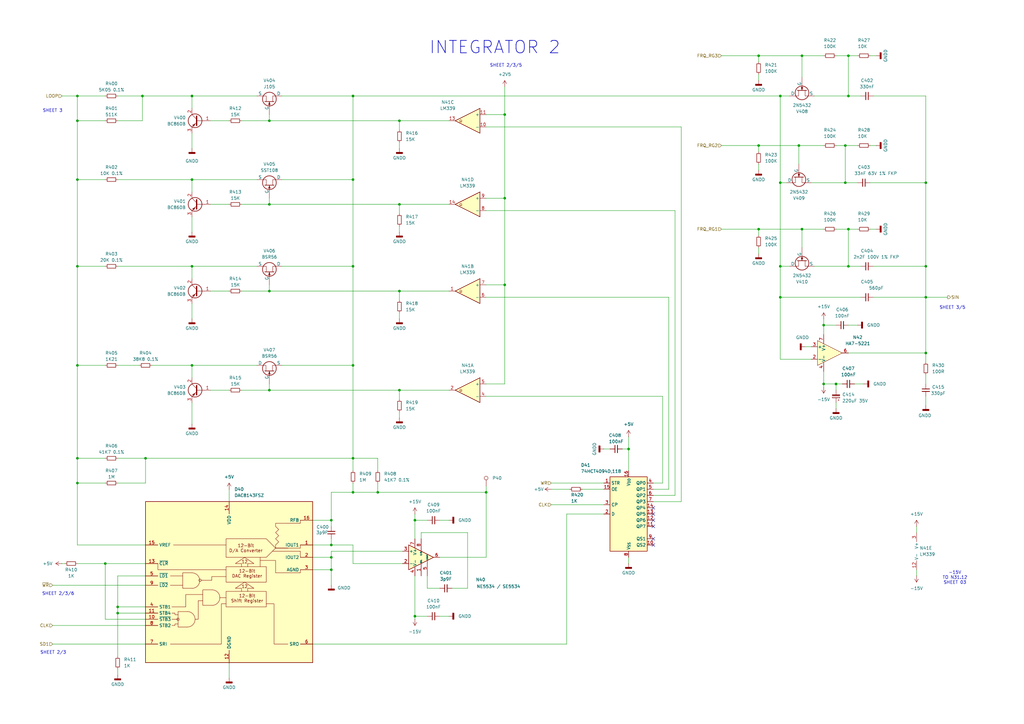
<source format=kicad_sch>
(kicad_sch (version 20250114) (generator "eeschema") (generator_version "9.0")
  (paper "A3")
  (title_block (title "UPL-B1: Integrator 2") (date "2025-11-24") (rev "1.0") (company "BVKSound"))
  (text "-15V\nTO N31.12\nSHEET 03" (at 391.668 236.982 0) (effects (font (size 1.27 1.27))))
  (text "INTEGRATOR 2" (at 202.946 19.558 0) (effects (font (size 5.08 5.08) (thickness 0.254) (bold yes))))
  (text "SHEET 2/3/5" (at 207.518 26.924 0) (effects (font (size 1.27 1.27))))
  (text "SHEET 2/3/6" (at 23.876 243.586 0) (effects (font (size 1.27 1.27))))
  (text "SHEET 3/5" (at 390.652 126.238 0) (effects (font (size 1.27 1.27))))
  (text "SHEET 2/3" (at 21.844 267.716 0) (effects (font (size 1.27 1.27))))
  (text "SHEET 3" (at 21.59 45.466 0) (effects (font (size 1.27 1.27))))
  (junction (at 144.78 149.86))
  (junction (at 347.98 22.86))
  (junction (at 337.82 133.35))
  (junction (at 347.98 109.22))
  (junction (at 379.73 121.92))
  (junction (at 207.01 81.28))
  (junction (at 31.75 49.53))
  (junction (at 78.74 109.22))
  (junction (at 163.83 83.82))
  (junction (at 43.18 231.14))
  (junction (at 320.04 109.22))
  (junction (at 207.01 116.84))
  (junction (at 78.74 149.86))
  (junction (at 257.81 184.15))
  (junction (at 311.15 93.98))
  (junction (at 144.78 73.66))
  (junction (at 170.18 213.36))
  (junction (at 144.78 109.22))
  (junction (at 328.93 93.98))
  (junction (at 320.04 39.37))
  (junction (at 320.04 121.92))
  (junction (at 346.71 59.69))
  (junction (at 379.73 144.78))
  (junction (at 154.94 201.93))
  (junction (at 78.74 73.66))
  (junction (at 135.89 223.52))
  (junction (at 135.89 233.68))
  (junction (at 163.83 119.38))
  (junction (at 135.89 228.6))
  (junction (at 144.78 201.93))
  (junction (at 337.82 157.48))
  (junction (at 170.18 252.73))
  (junction (at 144.78 39.37))
  (junction (at 163.83 160.02))
  (junction (at 379.73 109.22))
  (junction (at 347.98 93.98))
  (junction (at 110.49 160.02))
  (junction (at 31.75 198.12))
  (junction (at 163.83 49.53))
  (junction (at 311.15 59.69))
  (junction (at 320.04 74.93))
  (junction (at 31.75 73.66))
  (junction (at 78.74 39.37))
  (junction (at 347.98 39.37))
  (junction (at 58.42 39.37))
  (junction (at 110.49 49.53))
  (junction (at 207.01 46.99))
  (junction (at 199.39 201.93))
  (junction (at 311.15 22.86))
  (junction (at 328.93 22.86))
  (junction (at 31.75 187.96))
  (junction (at 48.26 248.92))
  (junction (at 135.89 213.36))
  (junction (at 379.73 74.93))
  (junction (at 342.9 157.48))
  (junction (at 346.71 74.93))
  (junction (at 144.78 187.96))
  (junction (at 110.49 119.38))
  (junction (at 31.75 109.22))
  (junction (at 31.75 149.86))
  (junction (at 110.49 83.82))
  (junction (at 59.69 187.96))
  (junction (at 327.66 59.69))
  (junction (at 31.75 39.37))
  (junction (at 48.26 251.46))
  (no_connect (at 267.97 210.82))
  (no_connect (at 267.97 215.9))
  (no_connect (at 267.97 223.52))
  (no_connect (at 267.97 213.36))
  (no_connect (at 267.97 220.98))
  (no_connect (at 267.97 208.28))
  (wire (pts (xy 276.86 86.36) (xy 276.86 203.2)))
  (wire (pts (xy 311.15 96.52) (xy 311.15 93.98)))
  (wire (pts (xy 86.36 119.38) (xy 93.98 119.38)))
  (wire (pts (xy 163.83 160.02) (xy 184.15 160.02)))
  (wire (pts (xy 31.75 73.66) (xy 31.75 109.22)))
  (wire (pts (xy 347.98 109.22) (xy 347.98 93.98)))
  (wire (pts (xy 31.75 49.53) (xy 43.18 49.53)))
  (wire (pts (xy 356.87 93.98) (xy 359.41 93.98)))
  (wire (pts (xy 99.06 49.53) (xy 110.49 49.53)))
  (wire (pts (xy 311.15 62.23) (xy 311.15 59.69)))
  (wire (pts (xy 257.81 231.14) (xy 257.81 228.6)))
  (wire (pts (xy 199.39 201.93) (xy 199.39 228.6)))
  (wire (pts (xy 327.66 67.31) (xy 327.66 59.69)))
  (wire (pts (xy 31.75 109.22) (xy 43.18 109.22)))
  (wire (pts (xy 144.78 39.37) (xy 320.04 39.37)))
  (wire (pts (xy 267.97 203.2) (xy 276.86 203.2)))
  (wire (pts (xy 135.89 228.6) (xy 135.89 233.68)))
  (wire (pts (xy 31.75 198.12) (xy 31.75 223.52)))
  (wire (pts (xy 379.73 144.78) (xy 379.73 121.92)))
  (wire (pts (xy 379.73 39.37) (xy 379.73 74.93)))
  (wire (pts (xy 31.75 149.86) (xy 43.18 149.86)))
  (wire (pts (xy 267.97 205.74) (xy 279.4 205.74)))
  (wire (pts (xy 78.74 114.3) (xy 78.74 109.22)))
  (wire (pts (xy 154.94 187.96) (xy 144.78 187.96)))
  (wire (pts (xy 207.01 81.28) (xy 207.01 116.84)))
  (wire (pts (xy 48.26 39.37) (xy 58.42 39.37)))
  (wire (pts (xy 207.01 116.84) (xy 207.01 157.48)))
  (wire (pts (xy 144.78 231.14) (xy 165.1 231.14)))
  (wire (pts (xy 128.27 213.36) (xy 135.89 213.36)))
  (wire (pts (xy 358.14 39.37) (xy 379.73 39.37)))
  (wire (pts (xy 274.32 200.66) (xy 274.32 121.92)))
  (wire (pts (xy 328.93 93.98) (xy 311.15 93.98)))
  (wire (pts (xy 191.77 241.3) (xy 191.77 218.44)))
  (wire (pts (xy 337.82 157.48) (xy 342.9 157.48)))
  (wire (pts (xy 350.52 157.48) (xy 354.33 157.48)))
  (wire (pts (xy 347.98 144.78) (xy 379.73 144.78)))
  (wire (pts (xy 379.73 109.22) (xy 379.73 121.92)))
  (wire (pts (xy 356.87 74.93) (xy 379.73 74.93)))
  (wire (pts (xy 128.27 228.6) (xy 135.89 228.6)))
  (wire (pts (xy 337.82 130.81) (xy 337.82 133.35)))
  (wire (pts (xy 172.72 218.44) (xy 172.72 220.98)))
  (wire (pts (xy 185.42 241.3) (xy 191.77 241.3)))
  (wire (pts (xy 207.01 81.28) (xy 207.01 46.99)))
  (wire (pts (xy 86.36 49.53) (xy 93.98 49.53)))
  (wire (pts (xy 154.94 201.93) (xy 199.39 201.93)))
  (wire (pts (xy 144.78 223.52) (xy 144.78 231.14)))
  (wire (pts (xy 226.06 207.01) (xy 247.65 207.01)))
  (wire (pts (xy 31.75 109.22) (xy 31.75 149.86)))
  (wire (pts (xy 327.66 59.69) (xy 311.15 59.69)))
  (wire (pts (xy 379.73 121.92) (xy 388.62 121.92)))
  (wire (pts (xy 332.74 147.32) (xy 320.04 147.32)))
  (wire (pts (xy 78.74 54.61) (xy 78.74 60.96)))
  (wire (pts (xy 184.15 83.82) (xy 163.83 83.82)))
  (wire (pts (xy 135.89 223.52) (xy 144.78 223.52)))
  (wire (pts (xy 311.15 25.4) (xy 311.15 22.86)))
  (wire (pts (xy 328.93 22.86) (xy 337.82 22.86)))
  (wire (pts (xy 170.18 236.22) (xy 170.18 252.73)))
  (wire (pts (xy 379.73 144.78) (xy 379.73 148.59)))
  (wire (pts (xy 199.39 46.99) (xy 207.01 46.99)))
  (wire (pts (xy 154.94 193.04) (xy 154.94 187.96)))
  (wire (pts (xy 93.98 271.78) (xy 93.98 278.13)))
  (wire (pts (xy 332.74 74.93) (xy 346.71 74.93)))
  (wire (pts (xy 48.26 149.86) (xy 57.15 149.86)))
  (wire (pts (xy 199.39 199.39) (xy 199.39 201.93)))
  (wire (pts (xy 226.06 200.66) (xy 233.68 200.66)))
  (wire (pts (xy 31.75 187.96) (xy 43.18 187.96)))
  (wire (pts (xy 180.34 228.6) (xy 199.39 228.6)))
  (wire (pts (xy 320.04 147.32) (xy 320.04 121.92)))
  (wire (pts (xy 295.91 59.69) (xy 311.15 59.69)))
  (wire (pts (xy 110.49 119.38) (xy 163.83 119.38)))
  (wire (pts (xy 163.83 128.27) (xy 163.83 130.81)))
  (wire (pts (xy 135.89 223.52) (xy 128.27 223.52)))
  (wire (pts (xy 58.42 49.53) (xy 58.42 39.37)))
  (wire (pts (xy 59.69 187.96) (xy 144.78 187.96)))
  (wire (pts (xy 43.18 254) (xy 43.18 231.14)))
  (wire (pts (xy 31.75 49.53) (xy 31.75 73.66)))
  (wire (pts (xy 115.57 109.22) (xy 144.78 109.22)))
  (wire (pts (xy 78.74 154.94) (xy 78.74 149.86)))
  (wire (pts (xy 295.91 22.86) (xy 311.15 22.86)))
  (wire (pts (xy 59.69 254) (xy 43.18 254)))
  (wire (pts (xy 48.26 274.32) (xy 48.26 276.86)))
  (wire (pts (xy 226.06 198.12) (xy 247.65 198.12)))
  (wire (pts (xy 276.86 86.36) (xy 199.39 86.36)))
  (wire (pts (xy 135.89 220.98) (xy 135.89 223.52)))
  (wire (pts (xy 48.26 251.46) (xy 48.26 269.24)))
  (wire (pts (xy 279.4 52.07) (xy 279.4 205.74)))
  (wire (pts (xy 78.74 109.22) (xy 105.41 109.22)))
  (wire (pts (xy 135.89 226.06) (xy 135.89 228.6)))
  (wire (pts (xy 78.74 39.37) (xy 105.41 39.37)))
  (wire (pts (xy 115.57 39.37) (xy 144.78 39.37)))
  (wire (pts (xy 320.04 121.92) (xy 320.04 109.22)))
  (wire (pts (xy 144.78 187.96) (xy 144.78 193.04)))
  (wire (pts (xy 144.78 201.93) (xy 154.94 201.93)))
  (wire (pts (xy 180.34 252.73) (xy 184.15 252.73)))
  (wire (pts (xy 347.98 39.37) (xy 347.98 22.86)))
  (wire (pts (xy 199.39 157.48) (xy 207.01 157.48)))
  (wire (pts (xy 31.75 73.66) (xy 43.18 73.66)))
  (wire (pts (xy 250.19 184.15) (xy 247.65 184.15)))
  (wire (pts (xy 48.26 198.12) (xy 59.69 198.12)))
  (wire (pts (xy 110.49 46.99) (xy 110.49 49.53)))
  (wire (pts (xy 48.26 49.53) (xy 58.42 49.53)))
  (wire (pts (xy 48.26 187.96) (xy 59.69 187.96)))
  (wire (pts (xy 163.83 49.53) (xy 163.83 53.34)))
  (wire (pts (xy 144.78 149.86) (xy 144.78 187.96)))
  (wire (pts (xy 163.83 160.02) (xy 163.83 163.83)))
  (wire (pts (xy 279.4 52.07) (xy 199.39 52.07)))
  (wire (pts (xy 320.04 74.93) (xy 320.04 39.37)))
  (wire (pts (xy 342.9 157.48) (xy 345.44 157.48)))
  (wire (pts (xy 170.18 210.82) (xy 170.18 213.36)))
  (wire (pts (xy 110.49 116.84) (xy 110.49 119.38)))
  (wire (pts (xy 175.26 236.22) (xy 175.26 241.3)))
  (wire (pts (xy 144.78 109.22) (xy 144.78 149.86)))
  (wire (pts (xy 342.9 157.48) (xy 342.9 160.02)))
  (wire (pts (xy 267.97 200.66) (xy 274.32 200.66)))
  (wire (pts (xy 184.15 119.38) (xy 163.83 119.38)))
  (wire (pts (xy 328.93 101.6) (xy 328.93 93.98)))
  (wire (pts (xy 154.94 198.12) (xy 154.94 201.93)))
  (wire (pts (xy 78.74 149.86) (xy 105.41 149.86)))
  (wire (pts (xy 347.98 22.86) (xy 351.79 22.86)))
  (wire (pts (xy 346.71 74.93) (xy 351.79 74.93)))
  (wire (pts (xy 163.83 58.42) (xy 163.83 60.96)))
  (wire (pts (xy 191.77 218.44) (xy 172.72 218.44)))
  (wire (pts (xy 170.18 213.36) (xy 170.18 220.98)))
  (wire (pts (xy 135.89 233.68) (xy 135.89 240.03)))
  (wire (pts (xy 78.74 165.1) (xy 78.74 173.99)))
  (wire (pts (xy 257.81 184.15) (xy 257.81 193.04)))
  (wire (pts (xy 342.9 165.1) (xy 342.9 167.64)))
  (wire (pts (xy 379.73 74.93) (xy 379.73 109.22)))
  (wire (pts (xy 337.82 133.35) (xy 342.9 133.35)))
  (wire (pts (xy 110.49 157.48) (xy 110.49 160.02)))
  (wire (pts (xy 25.4 39.37) (xy 31.75 39.37)))
  (wire (pts (xy 144.78 73.66) (xy 144.78 109.22)))
  (wire (pts (xy 31.75 39.37) (xy 43.18 39.37)))
  (wire (pts (xy 31.75 149.86) (xy 31.75 187.96)))
  (wire (pts (xy 144.78 39.37) (xy 144.78 73.66)))
  (wire (pts (xy 128.27 233.68) (xy 135.89 233.68)))
  (wire (pts (xy 320.04 109.22) (xy 323.85 109.22)))
  (wire (pts (xy 267.97 198.12) (xy 271.78 198.12)))
  (wire (pts (xy 199.39 81.28) (xy 207.01 81.28)))
  (wire (pts (xy 99.06 83.82) (xy 110.49 83.82)))
  (wire (pts (xy 78.74 88.9) (xy 78.74 95.25)))
  (wire (pts (xy 21.59 240.03) (xy 59.69 240.03)))
  (wire (pts (xy 31.75 198.12) (xy 43.18 198.12)))
  (wire (pts (xy 135.89 226.06) (xy 165.1 226.06)))
  (wire (pts (xy 135.89 213.36) (xy 135.89 201.93)))
  (wire (pts (xy 199.39 116.84) (xy 207.01 116.84)))
  (wire (pts (xy 86.36 83.82) (xy 93.98 83.82)))
  (wire (pts (xy 199.39 121.92) (xy 274.32 121.92)))
  (wire (pts (xy 59.69 198.12) (xy 59.69 187.96)))
  (wire (pts (xy 31.75 231.14) (xy 43.18 231.14)))
  (wire (pts (xy 31.75 39.37) (xy 31.75 49.53)))
  (wire (pts (xy 327.66 59.69) (xy 337.82 59.69)))
  (wire (pts (xy 48.26 109.22) (xy 78.74 109.22)))
  (wire (pts (xy 379.73 162.56) (xy 379.73 166.37)))
  (wire (pts (xy 320.04 109.22) (xy 320.04 74.93)))
  (wire (pts (xy 337.82 152.4) (xy 337.82 157.48)))
  (wire (pts (xy 170.18 252.73) (xy 175.26 252.73)))
  (wire (pts (xy 99.06 160.02) (xy 110.49 160.02)))
  (wire (pts (xy 48.26 248.92) (xy 59.69 248.92)))
  (wire (pts (xy 356.87 59.69) (xy 359.41 59.69)))
  (wire (pts (xy 347.98 39.37) (xy 353.06 39.37)))
  (wire (pts (xy 342.9 59.69) (xy 346.71 59.69)))
  (wire (pts (xy 375.92 215.9) (xy 375.92 218.44)))
  (wire (pts (xy 135.89 201.93) (xy 144.78 201.93)))
  (wire (pts (xy 184.15 49.53) (xy 163.83 49.53)))
  (wire (pts (xy 99.06 119.38) (xy 110.49 119.38)))
  (wire (pts (xy 175.26 241.3) (xy 180.34 241.3)))
  (wire (pts (xy 238.76 200.66) (xy 247.65 200.66)))
  (wire (pts (xy 163.83 92.71) (xy 163.83 95.25)))
  (wire (pts (xy 311.15 30.48) (xy 311.15 33.02)))
  (wire (pts (xy 379.73 153.67) (xy 379.73 157.48)))
  (wire (pts (xy 330.2 142.24) (xy 332.74 142.24)))
  (wire (pts (xy 334.01 39.37) (xy 347.98 39.37)))
  (wire (pts (xy 247.65 210.82) (xy 232.41 210.82)))
  (wire (pts (xy 271.78 198.12) (xy 271.78 162.56)))
  (wire (pts (xy 58.42 39.37) (xy 78.74 39.37)))
  (wire (pts (xy 356.87 22.86) (xy 359.41 22.86)))
  (wire (pts (xy 311.15 101.6) (xy 311.15 104.14)))
  (wire (pts (xy 358.14 109.22) (xy 379.73 109.22)))
  (wire (pts (xy 59.69 236.22) (xy 48.26 236.22)))
  (wire (pts (xy 257.81 184.15) (xy 257.81 179.07)))
  (wire (pts (xy 93.98 200.66) (xy 93.98 205.74)))
  (wire (pts (xy 78.74 44.45) (xy 78.74 39.37)))
  (wire (pts (xy 347.98 133.35) (xy 351.79 133.35)))
  (wire (pts (xy 180.34 213.36) (xy 184.15 213.36)))
  (wire (pts (xy 48.26 73.66) (xy 78.74 73.66)))
  (wire (pts (xy 311.15 67.31) (xy 311.15 69.85)))
  (wire (pts (xy 48.26 236.22) (xy 48.26 248.92)))
  (wire (pts (xy 334.01 109.22) (xy 347.98 109.22)))
  (wire (pts (xy 78.74 78.74) (xy 78.74 73.66)))
  (wire (pts (xy 328.93 31.75) (xy 328.93 22.86)))
  (wire (pts (xy 115.57 73.66) (xy 144.78 73.66)))
  (wire (pts (xy 347.98 93.98) (xy 351.79 93.98)))
  (wire (pts (xy 207.01 46.99) (xy 207.01 35.56)))
  (wire (pts (xy 342.9 22.86) (xy 347.98 22.86)))
  (wire (pts (xy 43.18 231.14) (xy 59.69 231.14)))
  (wire (pts (xy 255.27 184.15) (xy 257.81 184.15)))
  (wire (pts (xy 232.41 210.82) (xy 232.41 264.16)))
  (wire (pts (xy 86.36 160.02) (xy 93.98 160.02)))
  (wire (pts (xy 347.98 109.22) (xy 353.06 109.22)))
  (wire (pts (xy 110.49 49.53) (xy 163.83 49.53)))
  (wire (pts (xy 337.82 157.48) (xy 337.82 158.75)))
  (wire (pts (xy 110.49 83.82) (xy 163.83 83.82)))
  (wire (pts (xy 320.04 39.37) (xy 323.85 39.37)))
  (wire (pts (xy 48.26 248.92) (xy 48.26 251.46)))
  (wire (pts (xy 163.83 119.38) (xy 163.83 123.19)))
  (wire (pts (xy 25.4 231.14) (xy 26.67 231.14)))
  (wire (pts (xy 144.78 198.12) (xy 144.78 201.93)))
  (wire (pts (xy 163.83 83.82) (xy 163.83 87.63)))
  (wire (pts (xy 320.04 121.92) (xy 353.06 121.92)))
  (wire (pts (xy 31.75 187.96) (xy 31.75 198.12)))
  (wire (pts (xy 322.58 74.93) (xy 320.04 74.93)))
  (wire (pts (xy 375.92 233.68) (xy 375.92 236.22)))
  (wire (pts (xy 170.18 213.36) (xy 175.26 213.36)))
  (wire (pts (xy 110.49 81.28) (xy 110.49 83.82)))
  (wire (pts (xy 135.89 213.36) (xy 135.89 215.9)))
  (wire (pts (xy 346.71 59.69) (xy 351.79 59.69)))
  (wire (pts (xy 62.23 149.86) (xy 78.74 149.86)))
  (wire (pts (xy 295.91 93.98) (xy 311.15 93.98)))
  (wire (pts (xy 328.93 22.86) (xy 311.15 22.86)))
  (wire (pts (xy 358.14 121.92) (xy 379.73 121.92)))
  (wire (pts (xy 78.74 124.46) (xy 78.74 130.81)))
  (wire (pts (xy 78.74 73.66) (xy 105.41 73.66)))
  (wire (pts (xy 48.26 251.46) (xy 59.69 251.46)))
  (wire (pts (xy 21.59 256.54) (xy 59.69 256.54)))
  (wire (pts (xy 31.75 223.52) (xy 59.69 223.52)))
  (wire (pts (xy 128.27 264.16) (xy 232.41 264.16)))
  (wire (pts (xy 328.93 93.98) (xy 337.82 93.98)))
  (wire (pts (xy 163.83 168.91) (xy 163.83 171.45)))
  (wire (pts (xy 346.71 74.93) (xy 346.71 59.69)))
  (wire (pts (xy 337.82 133.35) (xy 337.82 137.16)))
  (wire (pts (xy 21.59 264.16) (xy 59.69 264.16)))
  (wire (pts (xy 115.57 149.86) (xy 144.78 149.86)))
  (wire (pts (xy 110.49 160.02) (xy 163.83 160.02)))
  (wire (pts (xy 342.9 93.98) (xy 347.98 93.98)))
  (wire (pts (xy 170.18 252.73) (xy 170.18 254)))
  (wire (pts (xy 271.78 162.56) (xy 199.39 162.56)))
  (hierarchical_label "CLK" (shape input) (at 21.59 256.54 180))
  (hierarchical_label "WR" (shape input) (at 226.06 198.12 180))
  (hierarchical_label "~{WR}" (shape input) (at 21.59 240.03 180))
  (hierarchical_label "LOOP" (shape input) (at 25.4 39.37 180))
  (hierarchical_label "SIN" (shape output) (at 388.62 121.92 0))
  (hierarchical_label "FRQ_RG1" (shape input) (at 295.91 93.98 180))
  (hierarchical_label "FRQ_RG3" (shape input) (at 295.91 22.86 180))
  (hierarchical_label "FRQ_RG2" (shape input) (at 295.91 59.69 180))
  (hierarchical_label "SD1" (shape input) (at 21.59 264.16 180))
  (hierarchical_label "CLK" (shape input) (at 226.06 207.01 180))
  (symbol (lib_id "power:+5V") (at 207.01 35.56 0) (unit 1)
    (property "Reference" "#PWR021" (effects (hide yes)))
    (property "Value" "+2V5" (at 207.01 30.48 0))
    (property "Description" "Power symbol creates a global label with name \"+5V\"" (effects (hide yes)))
  )
  (symbol (lib_id "Device:C_Small") (at 354.33 74.93 270) (unit 1)
    (property "Reference" "C403" (at 354.3236 68.58 90))
    (property "Value" "33nF 63V 1% FKP" (at 359.156 71.12 90))
    (property "Description" "Unpolarized capacitor, small symbol" (effects (hide yes)))
  )
  (symbol (lib_id "power:+5V") (at 337.82 158.75 180) (unit 1)
    (property "Reference" "#PWR052" (effects (hide yes)))
    (property "Value" "-15V" (at 337.82 163.83 0))
    (property "Description" "Power symbol creates a global label with name \"+5V\"" (effects (hide yes)))
  )
  (symbol (lib_id "power:GNDD") (at 359.41 59.69 90) (unit 1)
    (property "Reference" "#PWR047" (effects (hide yes)))
    (property "Value" "GNDD" (at 363.22 59.69 0))
    (property "Description" "Power symbol creates a global label with name \"GNDD\" , digital ground" (effects (hide yes)))
  )
  (symbol (lib_id "power:GNDD") (at 247.65 184.15 270) (unit 1)
    (property "Reference" "#PWR029" (effects (hide yes)))
    (property "Value" "GNDD" (at 243.84 184.15 0))
    (property "Description" "Power symbol creates a global label with name \"GNDD\" , digital ground" (effects (hide yes)))
  )
  (symbol (lib_id "Device:R_Small") (at 29.21 231.14 90) (unit 1)
    (property "Reference" "R410" (at 29.21 233.68 90))
    (property "Value" "1K" (at 29.21 236.22 90))
    (property "Footprint" "Resistor_SMD:R_1206_3216Metric_Pad1.30x1.75mm_HandSolder" (effects (hide yes)))
    (property "Description" "Resistor, small symbol" (effects (hide yes)))
  )
  (symbol (lib_id "power:GNDD") (at 163.83 130.81 0) (unit 1)
    (property "Reference" "#PWR032" (effects (hide yes)))
    (property "Value" "GNDD" (at 163.83 134.62 0))
    (property "Description" "Power symbol creates a global label with name \"GNDD\" , digital ground" (effects (hide yes)))
  )
  (symbol (lib_id "power:GNDD") (at 78.74 95.25 0) (unit 1)
    (property "Reference" "#PWR035" (effects (hide yes)))
    (property "Value" "GNDD" (at 78.74 99.06 0))
    (property "Description" "Power symbol creates a global label with name \"GNDD\" , digital ground" (effects (hide yes)))
  )
  (symbol (lib_id "Simulation_SPICE:NJFET") (at 110.49 152.4 90) (unit 1)
    (property "Reference" "V407" (at 110.49 143.51 90))
    (property "Value" "BSR56" (at 110.49 146.05 90))
    (property "Footprint" "Package_TO_SOT_SMD:SOT-23" (effects (hide yes)))
    (property "Datasheet" "https://www.nxp.com/docs/en/data-sheet/BSR56_57_58.pdf" (effects (hide yes)))
    (property "Description" "N-JFET transistor, for simulation only" (effects (hide yes)))
    (property "Sim.Device" "NJFET" (effects (hide yes)))
    (property "Sim.Type" "SHICHMANHODGES" (effects (hide yes)))
    (property "Sim.Pins" "1=D 2=G 3=S" (effects (hide yes)))
  )
  (symbol (lib_id "Device:R_Small") (at 354.33 22.86 90) (unit 1)
    (property "Reference" "R427" (at 351.79 16.5099 90) (effects (justify right)))
    (property "Value" "10K" (at 351.79 19.0499 90) (effects (justify right)))
    (property "Footprint" "Resistor_SMD:R_1206_3216Metric_Pad1.30x1.75mm_HandSolder" (effects (hide yes)))
    (property "Description" "Resistor, small symbol" (effects (hide yes)))
  )
  (symbol (lib_id "Connector:TestPoint") (at 199.39 199.39 0) (unit 1)
    (property "Reference" "P40" (at 201.93 196.0879 0) (effects (justify left)))
    (property "Value" "TestPoint" (effects (hide yes)))
    (property "Footprint" "Connector_PinHeader_1.00mm:PinHeader_1x01_P1.00mm_Vertical" (effects (hide yes)))
    (property "Description" "test point" (effects (hide yes)))
  )
  (symbol (lib_id "UPL_B1:74HCT4094T-L") (at 257.81 210.82 0) (unit 1)
    (property "Reference" "D41" (at 238.252 190.754 0) (effects (justify left)))
    (property "Value" "74HCT4094D,118" (at 238.252 193.294 0) (effects (justify left)))
    (property "Footprint" "Package_SO:SOIC-16_3.9x9.9mm_P1.27mm" (effects (hide yes)))
    (property "Datasheet" "https://www.ti.com/lit/ds/symlink/cd74hc4094.pdf" (effects (hide yes)))
    (property "Description" "8-bit serial-in parallel-out shift register, 3..15V" (effects (hide yes)))
    (property "Height" "1.75" (effects (hide yes)))
    (property "Mouser Part Number" "771-74HCT4094D-T" (effects (hide yes)))
    (property "Mouser Price/Stock" "https://www.mouser.co.uk/ProductDetail/Nexperia/74HCT4094D118?qs=me8TqzrmIYUCNpksmtrWPw%3D%3D" (effects (hide yes)))
    (property "Manufacturer_Name" "Nexperia" (effects (hide yes)))
    (property "Manufacturer_Part_Number" "74HCT4094D,118" (effects (hide yes)))
  )
  (symbol (lib_id "Amplifier_Operational:OP1177ARM") (at 340.36 144.78 0) (unit 1)
    (property "Reference" "N42" (at 351.79 138.3598 0))
    (property "Value" "HA7-5221" (at 351.79 140.8998 0))
    (property "Footprint" "Package_SO:MSOP-8_3x3mm_P0.65mm" (effects (hide yes)))
    (property "Datasheet" "https://www.analog.com/media/en/technical-documentation/data-sheets/OP1177_2177_4177.pdf" (effects (hide yes)))
    (property "Description" "Precision Low Noise, Low Input Bias Current Operational Amplifier, MSOP-8" (effects (hide yes)))
  )
  (symbol (lib_id "Device:R_Small") (at 163.83 55.88 0) (unit 1)
    (property "Reference" "R416" (at 166.37 54.6099 0) (effects (justify left)))
    (property "Value" "15K" (at 166.37 57.1499 0) (effects (justify left)))
    (property "Footprint" "Resistor_SMD:R_1206_3216Metric_Pad1.30x1.75mm_HandSolder" (effects (hide yes)))
    (property "Description" "Resistor, small symbol" (effects (hide yes)))
  )
  (symbol (lib_id "Device:R_Small") (at 96.52 160.02 90) (unit 1)
    (property "Reference" "R415" (at 96.52 154.94 90))
    (property "Value" "15K" (at 96.52 157.48 90))
    (property "Footprint" "Resistor_SMD:R_1206_3216Metric_Pad1.30x1.75mm_HandSolder" (effects (hide yes)))
    (property "Description" "Resistor, small symbol" (effects (hide yes)))
  )
  (symbol (lib_id "power:GNDD") (at 48.26 276.86 0) (unit 1)
    (property "Reference" "#PWR026" (effects (hide yes)))
    (property "Value" "GNDD" (at 48.26 280.67 0))
    (property "Description" "Power symbol creates a global label with name \"GNDD\" , digital ground" (effects (hide yes)))
  )
  (symbol (lib_id "Device:R_Small") (at 311.15 99.06 0) (unit 1)
    (property "Reference" "R425" (at 313.69 97.7899 0) (effects (justify left)))
    (property "Value" "100K" (at 313.69 100.3299 0) (effects (justify left)))
    (property "Footprint" "Resistor_SMD:R_1206_3216Metric_Pad1.30x1.75mm_HandSolder" (effects (hide yes)))
    (property "Description" "Resistor, small symbol" (effects (hide yes)))
  )
  (symbol (lib_id "power:+5V") (at 375.92 236.22 180) (unit 1)
    (property "Reference" "#PWR019" (effects (hide yes)))
    (property "Value" "-15V" (at 375.92 241.3 0))
    (property "Description" "Power symbol creates a global label with name \"+5V\"" (effects (hide yes)))
  )
  (symbol (lib_id "Transistor_BJT:Q_PNP_BCE") (at 81.28 49.53 0) (mirror y) (unit 1)
    (property "Reference" "V400" (at 76.2 48.2599 0) (effects (justify left)))
    (property "Value" "BC860B" (at 76.2 50.7999 0) (effects (justify left)))
    (property "Footprint" "Package_TO_SOT_SMD:SOT-23" (effects (hide yes)))
    (property "Datasheet" "https://assets.nexperia.com/documents/data-sheet/BC859_BC860.pdf" (effects (hide yes)))
    (property "Description" "PNP transistor, base/collector/emitter" (effects (hide yes)))
  )
  (symbol (lib_id "Device:R_Small") (at 45.72 109.22 90) (unit 1)
    (property "Reference" "R403" (at 45.72 104.14 90))
    (property "Value" "20K 0.1%" (at 45.72 106.68 90))
    (property "Footprint" "R_Axial_DIN0204_L3.6mm_D1.6mm_P7.62mm_Horizontal" (effects (hide yes)))
    (property "Description" "Resistor, small symbol" (effects (hide yes)))
  )
  (symbol (lib_id "Device:C_Small") (at 177.8 252.73 90) (unit 1)
    (property "Reference" "C410" (at 177.8063 246.38 90))
    (property "Value" "100nF" (at 177.8063 248.92 90))
    (property "Footprint" "Capacitor_SMD:C_1206_3216Metric_Pad1.33x1.80mm_HandSolder" (effects (hide yes)))
    (property "Description" "Unpolarized capacitor, small symbol" (effects (hide yes)))
  )
  (symbol (lib_id "Device:R_Small") (at 45.72 187.96 90) (unit 1)
    (property "Reference" "R406" (at 45.72 182.88 90))
    (property "Value" "41K7 0.1%" (at 45.72 185.42 90))
    (property "Footprint" "R_Axial_DIN0204_L3.6mm_D1.6mm_P7.62mm_Horizontal" (effects (hide yes)))
    (property "Description" "Resistor, small symbol" (effects (hide yes)))
  )
  (symbol (lib_id "Device:R_Small") (at 154.94 195.58 0) (unit 1)
    (property "Reference" "R408" (at 157.48 194.3099 0) (effects (justify left)))
    (property "Value" "41K7 0.1%" (at 157.48 196.8499 0) (effects (justify left)))
    (property "Footprint" "R_Axial_DIN0204_L3.6mm_D1.6mm_P7.62mm_Horizontal" (effects (hide yes)))
    (property "Description" "Resistor, small symbol" (effects (hide yes)))
  )
  (symbol (lib_id "Simulation_SPICE:NJFET") (at 327.66 72.39 90) (mirror x) (unit 1)
    (property "Reference" "V409" (at 327.66 81.28 90))
    (property "Value" "2N5432" (at 327.66 78.74 90))
    (property "Footprint" "Package_TO_SOT_THT:TO-52-3" (effects (hide yes)))
    (property "Datasheet" "https://ngspice.sourceforge.io/docs/ngspice-html-manual/manual.xhtml#cha_JFETs" (effects (hide yes)))
    (property "Description" "N-JFET transistor, for simulation only" (effects (hide yes)))
    (property "Sim.Device" "NJFET" (effects (hide yes)))
    (property "Sim.Type" "SHICHMANHODGES" (effects (hide yes)))
    (property "Sim.Pins" "1=D 2=G 3=S" (effects (hide yes)))
  )
  (symbol (lib_id "power:GNDD") (at 163.83 95.25 0) (unit 1)
    (property "Reference" "#PWR031" (effects (hide yes)))
    (property "Value" "GNDD" (at 163.83 99.06 0))
    (property "Description" "Power symbol creates a global label with name \"GNDD\" , digital ground" (effects (hide yes)))
  )
  (symbol (lib_id "power:GNDD") (at 78.74 60.96 0) (unit 1)
    (property "Reference" "#PWR034" (effects (hide yes)))
    (property "Value" "GNDD" (at 78.74 66.04 0))
    (property "Description" "Power symbol creates a global label with name \"GNDD\" , digital ground" (effects (hide yes)))
  )
  (symbol (lib_id "Comparator:LM339") (at 191.77 49.53 0) (mirror y) (unit 3)
    (property "Reference" "N41" (at 183.642 41.91 0))
    (property "Value" "LM339" (at 183.642 44.45 0))
    (property "Footprint" "Package_SO:SOIC-14_3.9x8.7mm_P1.27mm" (effects (hide yes)))
    (property "Datasheet" "https://www.st.com/resource/en/datasheet/lm139.pdf" (effects (hide yes)))
    (property "Description" "Quad Differential Comparators, SOIC-14/TSSOP-14" (effects (hide yes)))
  )
  (symbol (lib_id "Device:R_Small") (at 45.72 198.12 90) (unit 1)
    (property "Reference" "R407" (at 45.72 193.04 90))
    (property "Value" "1M" (at 45.72 195.58 90))
    (property "Footprint" "Resistor_SMD:R_1206_3216Metric_Pad1.30x1.75mm_HandSolder" (effects (hide yes)))
    (property "Description" "Resistor, small symbol" (effects (hide yes)))
  )
  (symbol (lib_id "Device:R_Small") (at 354.33 93.98 90) (unit 1)
    (property "Reference" "R429" (at 351.79 87.6299 90) (effects (justify right)))
    (property "Value" "10K" (at 351.79 90.1699 90) (effects (justify right)))
    (property "Footprint" "Resistor_SMD:R_1206_3216Metric_Pad1.30x1.75mm_HandSolder" (effects (hide yes)))
    (property "Description" "Resistor, small symbol" (effects (hide yes)))
  )
  (symbol (lib_id "Device:C_Small") (at 347.98 157.48 90) (unit 1)
    (property "Reference" "C407" (at 347.9863 151.13 90))
    (property "Value" "100nF" (at 347.9863 153.67 90))
    (property "Footprint" "Capacitor_SMD:C_1206_3216Metric_Pad1.33x1.80mm_HandSolder" (effects (hide yes)))
    (property "Description" "Unpolarized capacitor, small symbol" (effects (hide yes)))
  )
  (symbol (lib_id "Device:C_Polarized_Small") (at 342.9 162.56 180) (unit 1)
    (property "Reference" "C414" (at 345.44 161.836 0) (effects (justify right)))
    (property "Value" "220uF 35V" (at 345.44 164.376 0) (effects (justify right)))
    (property "Footprint" "Capacitor_THT:C_Radial_D10.0mm_H12.5mm_P5.00mm" (effects (hide yes)))
    (property "Description" "Polarized capacitor, small symbol" (effects (hide yes)))
  )
  (symbol (lib_id "power:GNDD") (at 184.15 252.73 90) (unit 1)
    (property "Reference" "#PWR041" (effects (hide yes)))
    (property "Value" "GNDD" (at 187.96 252.7299 90) (effects (justify right)))
    (property "Description" "Power symbol creates a global label with name \"GNDD\" , digital ground" (effects (hide yes)))
  )
  (symbol (lib_id "power:GNDD") (at 351.79 133.35 90) (unit 1)
    (property "Reference" "#PWR051" (effects (hide yes)))
    (property "Value" "GNDD" (at 355.6 133.3499 90) (effects (justify right)))
    (property "Description" "Power symbol creates a global label with name \"GNDD\" , digital ground" (effects (hide yes)))
  )
  (symbol (lib_id "power:+5V") (at 375.92 215.9 0) (unit 1)
    (property "Reference" "#PWR018" (effects (hide yes)))
    (property "Value" "+15V" (at 375.92 210.82 0))
    (property "Description" "Power symbol creates a global label with name \"+5V\"" (effects (hide yes)))
  )
  (symbol (lib_id "power:GNDD") (at 163.83 60.96 0) (unit 1)
    (property "Reference" "#PWR030" (effects (hide yes)))
    (property "Value" "GNDD" (at 163.83 64.77 0))
    (property "Description" "Power symbol creates a global label with name \"GNDD\" , digital ground" (effects (hide yes)))
  )
  (symbol (lib_id "Transistor_BJT:Q_PNP_BCE") (at 81.28 160.02 0) (mirror y) (unit 1)
    (property "Reference" "V403" (at 76.2 158.7499 0) (effects (justify left)))
    (property "Value" "BC860B" (at 76.2 161.2899 0) (effects (justify left)))
    (property "Footprint" "Package_TO_SOT_SMD:SOT-23" (effects (hide yes)))
    (property "Datasheet" "https://assets.nexperia.com/documents/data-sheet/BC859_BC860.pdf" (effects (hide yes)))
    (property "Description" "PNP transistor, base/collector/emitter" (effects (hide yes)))
  )
  (symbol (lib_id "UPL_B1:DAC8143FSZ_") (at 93.98 238.76 0) (unit 1)
    (property "Reference" "D40" (at 96.1233 200.66 0) (effects (justify left)))
    (property "Value" "DAC8143FSZ" (at 96.1233 203.2 0) (effects (justify left)))
    (property "Footprint" "Package_SO:SOIC-16W_7.5x10.3mm_P1.27mm" (effects (hide yes)))
    (property "Datasheet" "https://datasheet.datasheetarchive.com/originals/distributors/Datasheets-SFU1/DSASFU10005700.pdf" (effects (hide yes)))
    (property "Description" "DAC8143FSZ, 12 bit-Bit DAC 2.63Msps, SPI, 16-Pin SOIC W" (effects (hide yes)))
    (property "Height" "2.65" (effects (hide yes)))
    (property "Manufacturer_Name" "Analog Devices" (effects (hide yes)))
    (property "Manufacturer_Part_Number" "DAC8143FSZ" (effects (hide yes)))
  )
  (symbol (lib_id "Device:R_Small") (at 96.52 83.82 90) (unit 1)
    (property "Reference" "R413" (at 96.52 78.74 90))
    (property "Value" "15K" (at 96.52 81.28 90))
    (property "Footprint" "Resistor_SMD:R_1206_3216Metric_Pad1.30x1.75mm_HandSolder" (effects (hide yes)))
    (property "Description" "Resistor, small symbol" (effects (hide yes)))
  )
  (symbol (lib_id "Device:R_Small") (at 96.52 119.38 90) (unit 1)
    (property "Reference" "R414" (at 96.52 114.3 90))
    (property "Value" "15K" (at 96.52 116.84 90))
    (property "Footprint" "Resistor_SMD:R_1206_3216Metric_Pad1.30x1.75mm_HandSolder" (effects (hide yes)))
    (property "Description" "Resistor, small symbol" (effects (hide yes)))
  )
  (symbol (lib_id "power:GNDD") (at 354.33 157.48 90) (unit 1)
    (property "Reference" "#PWR053" (effects (hide yes)))
    (property "Value" "GNDD" (at 358.14 157.4799 90) (effects (justify right)))
    (property "Description" "Power symbol creates a global label with name \"GNDD\" , digital ground" (effects (hide yes)))
  )
  (symbol (lib_id "Device:R_Small") (at 340.36 22.86 90) (unit 1)
    (property "Reference" "R422" (at 337.82 16.5099 90) (effects (justify right)))
    (property "Value" "100K" (at 337.82 19.0499 90) (effects (justify right)))
    (property "Footprint" "Resistor_SMD:R_1206_3216Metric_Pad1.30x1.75mm_HandSolder" (effects (hide yes)))
    (property "Description" "Resistor, small symbol" (effects (hide yes)))
  )
  (symbol (lib_id "power:GNDD") (at 93.98 278.13 0) (unit 1)
    (property "Reference" "#PWR027" (effects (hide yes)))
    (property "Value" "GNDD" (at 93.98 281.94 0))
    (property "Description" "Power symbol creates a global label with name \"GNDD\" , digital ground" (effects (hide yes)))
  )
  (symbol (lib_id "power:GNDD") (at 330.2 142.24 270) (unit 1)
    (property "Reference" "#PWR054" (effects (hide yes)))
    (property "Value" "GNDD" (at 329.1205 138.43 90))
    (property "Description" "Power symbol creates a global label with name \"GNDD\" , digital ground" (effects (hide yes)))
  )
  (symbol (lib_id "power:GNDD") (at 379.73 166.37 0) (unit 1)
    (property "Reference" "#PWR056" (effects (hide yes)))
    (property "Value" "GNDD" (at 382.016 170.434 0) (effects (justify right)))
    (property "Description" "Power symbol creates a global label with name \"GNDD\" , digital ground" (effects (hide yes)))
  )
  (symbol (lib_id "Device:C_Small") (at 252.73 184.15 90) (unit 1)
    (property "Reference" "C408" (at 249.682 178.562 90) (effects (justify right)))
    (property "Value" "100nF" (at 249.682 181.102 90) (effects (justify right)))
    (property "Footprint" "Capacitor_SMD:C_1206_3216Metric_Pad1.33x1.80mm_HandSolder" (effects (hide yes)))
    (property "Description" "Unpolarized capacitor, small symbol" (effects (hide yes)))
  )
  (symbol (lib_id "Device:R_Small") (at 311.15 64.77 0) (unit 1)
    (property "Reference" "R423" (at 313.69 63.4999 0) (effects (justify left)))
    (property "Value" "100K" (at 313.69 66.0399 0) (effects (justify left)))
    (property "Footprint" "Resistor_SMD:R_1206_3216Metric_Pad1.30x1.75mm_HandSolder" (effects (hide yes)))
    (property "Description" "Resistor, small symbol" (effects (hide yes)))
  )
  (symbol (lib_id "Comparator:LM339") (at 191.77 160.02 0) (mirror y) (unit 1)
    (property "Reference" "N41" (at 191.77 149.86 0))
    (property "Value" "LM339" (at 191.77 152.4 0))
    (property "Footprint" "Package_SO:SOIC-14_3.9x8.7mm_P1.27mm" (effects (hide yes)))
    (property "Datasheet" "https://www.st.com/resource/en/datasheet/lm139.pdf" (effects (hide yes)))
    (property "Description" "Quad Differential Comparators, SOIC-14/TSSOP-14" (effects (hide yes)))
  )
  (symbol (lib_id "Amplifier_Operational:NE5534") (at 172.72 228.6 0) (unit 1)
    (property "Reference" "N40" (at 197.104 237.744 0))
    (property "Value" "NE5534 / SE5534" (at 204.47 240.538 0))
    (property "Footprint" "Package_SO:SOIC-8_3.9x4.9mm_P1.27mm" (effects (hide yes)))
    (property "Datasheet" "http://www.ti.com/lit/ds/symlink/ne5534.pdf" (effects (hide yes)))
    (property "Description" "Single Low-Noise Operational Amplifiers, DIP-8/SOIC-8" (effects (hide yes)))
  )
  (symbol (lib_id "Device:C_Small") (at 355.6 39.37 270) (unit 1)
    (property "Reference" "C402" (at 355.5936 33.02 90))
    (property "Value" "330nF" (at 355.5936 35.56 90))
    (property "Footprint" "Capacitor_THT:C_Axial_L22.0mm_D9.5mm_P27.50mm_Horizontal" (effects (hide yes)))
    (property "Description" "Unpolarized capacitor, small symbol" (effects (hide yes)))
  )
  (symbol (lib_id "Transistor_BJT:Q_PNP_BCE") (at 81.28 83.82 0) (mirror y) (unit 1)
    (property "Reference" "V401" (at 76.2 82.5499 0) (effects (justify left)))
    (property "Value" "BC860B" (at 76.2 85.0899 0) (effects (justify left)))
    (property "Footprint" "Package_TO_SOT_SMD:SOT-23" (effects (hide yes)))
    (property "Datasheet" "https://assets.nexperia.com/documents/data-sheet/BC859_BC860.pdf" (effects (hide yes)))
    (property "Description" "PNP transistor, base/collector/emitter" (effects (hide yes)))
  )
  (symbol (lib_id "power:+5V") (at 170.18 254 180) (unit 1)
    (property "Reference" "#PWR039" (effects (hide yes)))
    (property "Value" "-15V" (at 170.18 259.08 0))
    (property "Description" "Power symbol creates a global label with name \"+5V\"" (effects (hide yes)))
  )
  (symbol (lib_id "power:GNDD") (at 163.83 171.45 0) (unit 1)
    (property "Reference" "#PWR033" (effects (hide yes)))
    (property "Value" "GNDD" (at 163.83 175.26 0))
    (property "Description" "Power symbol creates a global label with name \"GNDD\" , digital ground" (effects (hide yes)))
  )
  (symbol (lib_id "Simulation_SPICE:NJFET") (at 110.49 41.91 270) (mirror x) (unit 1)
    (property "Reference" "V404" (at 110.49 33.02 90))
    (property "Value" "J105" (at 110.49 35.56 90))
    (property "Footprint" "Package_TO_SOT_THT:TO-92L_Inline" (effects (hide yes)))
    (property "Datasheet" "https://mm.digikey.com/Volume0/opasdata/d220001/medias/docus/906/J105%2C6%2C7.pdf" (effects (hide yes)))
    (property "Description" "N-JFET transistor, for simulation only" (effects (hide yes)))
    (property "Sim.Device" "NJFET" (effects (hide yes)))
    (property "Sim.Type" "SHICHMANHODGES" (effects (hide yes)))
    (property "Sim.Pins" "1=D 2=G 3=S" (effects (hide yes)))
  )
  (symbol (lib_id "Transistor_BJT:Q_PNP_BCE") (at 81.28 119.38 0) (mirror y) (unit 1)
    (property "Reference" "V402" (at 76.2 118.1099 0) (effects (justify left)))
    (property "Value" "BC860B" (at 76.2 120.6499 0) (effects (justify left)))
    (property "Footprint" "Package_TO_SOT_SMD:SOT-23" (effects (hide yes)))
    (property "Datasheet" "https://assets.nexperia.com/documents/data-sheet/BC859_BC860.pdf" (effects (hide yes)))
    (property "Description" "PNP transistor, base/collector/emitter" (effects (hide yes)))
  )
  (symbol (lib_id "Device:C_Small") (at 182.88 241.3 90) (unit 1)
    (property "Reference" "C401" (at 182.8863 234.95 90))
    (property "Value" "3p9F" (at 182.8863 237.49 90))
    (property "Footprint" "Capacitor_SMD:C_1206_3216Metric_Pad1.33x1.80mm_HandSolder" (effects (hide yes)))
    (property "Description" "Unpolarized capacitor, small symbol" (effects (hide yes)))
  )
  (symbol (lib_id "Device:R_Small") (at 48.26 271.78 0) (unit 1)
    (property "Reference" "R411" (at 50.8 270.5099 0) (effects (justify left)))
    (property "Value" "1K" (at 50.8 273.0499 0) (effects (justify left)))
    (property "Footprint" "Resistor_SMD:R_1206_3216Metric_Pad1.30x1.75mm_HandSolder" (effects (hide yes)))
    (property "Description" "Resistor, small symbol" (effects (hide yes)))
  )
  (symbol (lib_id "power:GNDD") (at 78.74 130.81 0) (unit 1)
    (property "Reference" "#PWR036" (effects (hide yes)))
    (property "Value" "GNDD" (at 78.74 134.62 0))
    (property "Description" "Power symbol creates a global label with name \"GNDD\" , digital ground" (effects (hide yes)))
  )
  (symbol (lib_id "power:GNDD") (at 184.15 213.36 90) (unit 1)
    (property "Reference" "#PWR040" (effects (hide yes)))
    (property "Value" "GNDD" (at 187.96 213.3599 90) (effects (justify right)))
    (property "Description" "Power symbol creates a global label with name \"GNDD\" , digital ground" (effects (hide yes)))
  )
  (symbol (lib_id "power:GNDD") (at 311.15 69.85 0) (unit 1)
    (property "Reference" "#PWR046" (effects (hide yes)))
    (property "Value" "GNDD" (at 311.15 73.66 0))
    (property "Description" "Power symbol creates a global label with name \"GNDD\" , digital ground" (effects (hide yes)))
  )
  (symbol (lib_id "Simulation_SPICE:NJFET") (at 328.93 36.83 90) (mirror x) (unit 1)
    (property "Reference" "V408" (at 328.93 45.72 90))
    (property "Value" "2N5432" (at 328.93 43.18 90))
    (property "Footprint" "Package_TO_SOT_THT:TO-52-3" (effects (hide yes)))
    (property "Datasheet" "https://ngspice.sourceforge.io/docs/ngspice-html-manual/manual.xhtml#cha_JFETs" (effects (hide yes)))
    (property "Description" "N-JFET transistor, for simulation only" (effects (hide yes)))
    (property "Sim.Device" "NJFET" (effects (hide yes)))
    (property "Sim.Type" "SHICHMANHODGES" (effects (hide yes)))
    (property "Sim.Pins" "1=D 2=G 3=S" (effects (hide yes)))
  )
  (symbol (lib_id "Device:R_Small") (at 163.83 90.17 0) (unit 1)
    (property "Reference" "R417" (at 166.37 88.8999 0) (effects (justify left)))
    (property "Value" "15K" (at 166.37 91.4399 0) (effects (justify left)))
    (property "Footprint" "Resistor_SMD:R_1206_3216Metric_Pad1.30x1.75mm_HandSolder" (effects (hide yes)))
    (property "Description" "Resistor, small symbol" (effects (hide yes)))
  )
  (symbol (lib_id "Simulation_SPICE:NJFET") (at 110.49 111.76 270) (mirror x) (unit 1)
    (property "Reference" "V406" (at 110.49 102.87 90))
    (property "Value" "BSR56" (at 110.49 105.41 90))
    (property "Footprint" "Package_TO_SOT_SMD:SOT-23" (effects (hide yes)))
    (property "Datasheet" "https://www.nxp.com/docs/en/data-sheet/BSR56_57_58.pdf" (effects (hide yes)))
    (property "Description" "N-JFET transistor, for simulation only" (effects (hide yes)))
    (property "Sim.Device" "NJFET" (effects (hide yes)))
    (property "Sim.Type" "SHICHMANHODGES" (effects (hide yes)))
    (property "Sim.Pins" "1=D 2=G 3=S" (effects (hide yes)))
  )
  (symbol (lib_id "Comparator:LM339") (at 191.77 119.38 0) (mirror y) (unit 2)
    (property "Reference" "N41" (at 191.77 109.22 0))
    (property "Value" "LM339" (at 191.77 111.76 0))
    (property "Footprint" "Package_SO:SOIC-14_3.9x8.7mm_P1.27mm" (effects (hide yes)))
    (property "Datasheet" "https://www.st.com/resource/en/datasheet/lm139.pdf" (effects (hide yes)))
    (property "Description" "Quad Differential Comparators, SOIC-14/TSSOP-14" (effects (hide yes)))
  )
  (symbol (lib_id "Device:R_Small") (at 45.72 39.37 90) (unit 1)
    (property "Reference" "R400" (at 45.72 34.29 90))
    (property "Value" "5K05 0.1%" (at 45.72 36.83 90))
    (property "Footprint" "R_Axial_DIN0204_L3.6mm_D1.6mm_P7.62mm_Horizontal" (effects (hide yes)))
    (property "Description" "Resistor, small symbol" (effects (hide yes)))
  )
  (symbol (lib_id "Device:R_Small") (at 340.36 59.69 90) (unit 1)
    (property "Reference" "R424" (at 337.82 53.3399 90) (effects (justify right)))
    (property "Value" "100K" (at 337.82 55.8799 90) (effects (justify right)))
    (property "Footprint" "Resistor_SMD:R_1206_3216Metric_Pad1.30x1.75mm_HandSolder" (effects (hide yes)))
    (property "Description" "Resistor, small symbol" (effects (hide yes)))
  )
  (symbol (lib_id "Device:C_Small") (at 135.89 218.44 180) (unit 1)
    (property "Reference" "C400" (at 132.334 216.154 0))
    (property "Value" "3p9F" (at 132.08 218.4337 0))
    (property "Footprint" "Capacitor_SMD:C_1206_3216Metric_Pad1.33x1.80mm_HandSolder" (effects (hide yes)))
    (property "Description" "Unpolarized capacitor, small symbol" (effects (hide yes)))
  )
  (symbol (lib_id "Device:R_Small") (at 163.83 125.73 0) (unit 1)
    (property "Reference" "R418" (at 166.37 124.4599 0) (effects (justify left)))
    (property "Value" "15K" (at 166.37 126.9999 0) (effects (justify left)))
    (property "Footprint" "Resistor_SMD:R_1206_3216Metric_Pad1.30x1.75mm_HandSolder" (effects (hide yes)))
    (property "Description" "Resistor, small symbol" (effects (hide yes)))
  )
  (symbol (lib_id "power:+5V") (at 226.06 200.66 90) (unit 1)
    (property "Reference" "#PWR023" (effects (hide yes)))
    (property "Value" "+5V" (at 220.98 200.66 90))
    (property "Description" "Power symbol creates a global label with name \"+5V\"" (effects (hide yes)))
  )
  (symbol (lib_id "Device:R_Small") (at 59.69 149.86 90) (unit 1)
    (property "Reference" "R404" (at 59.69 144.78 90))
    (property "Value" "38K8 0.1%" (at 59.69 147.32 90))
    (property "Footprint" "R_Axial_DIN0204_L3.6mm_D1.6mm_P7.62mm_Horizontal" (effects (hide yes)))
    (property "Description" "Resistor, small symbol" (effects (hide yes)))
  )
  (symbol (lib_id "Device:R_Small") (at 163.83 166.37 0) (unit 1)
    (property "Reference" "R419" (at 166.37 165.0999 0) (effects (justify left)))
    (property "Value" "15K" (at 166.37 167.6399 0) (effects (justify left)))
    (property "Footprint" "Resistor_SMD:R_1206_3216Metric_Pad1.30x1.75mm_HandSolder" (effects (hide yes)))
    (property "Description" "Resistor, small symbol" (effects (hide yes)))
  )
  (symbol (lib_id "Device:C_Small") (at 177.8 213.36 90) (unit 1)
    (property "Reference" "C409" (at 177.8063 207.01 90))
    (property "Value" "100nF" (at 177.8063 209.55 90))
    (property "Footprint" "Capacitor_SMD:C_1206_3216Metric_Pad1.33x1.80mm_HandSolder" (effects (hide yes)))
    (property "Description" "Unpolarized capacitor, small symbol" (effects (hide yes)))
  )
  (symbol (lib_id "power:+5V") (at 337.82 130.81 0) (unit 1)
    (property "Reference" "#PWR050" (effects (hide yes)))
    (property "Value" "+15V" (at 337.82 125.73 0))
    (property "Description" "Power symbol creates a global label with name \"+5V\"" (effects (hide yes)))
  )
  (symbol (lib_id "Device:R_Small") (at 354.33 59.69 90) (unit 1)
    (property "Reference" "R428" (at 351.79 53.3399 90) (effects (justify right)))
    (property "Value" "10K" (at 351.79 55.8799 90) (effects (justify right)))
    (property "Footprint" "Resistor_SMD:R_1206_3216Metric_Pad1.30x1.75mm_HandSolder" (effects (hide yes)))
    (property "Description" "Resistor, small symbol" (effects (hide yes)))
  )
  (symbol (lib_id "power:GNDD") (at 311.15 104.14 0) (unit 1)
    (property "Reference" "#PWR048" (effects (hide yes)))
    (property "Value" "GNDD" (at 311.15 107.95 0))
    (property "Description" "Power symbol creates a global label with name \"GNDD\" , digital ground" (effects (hide yes)))
  )
  (symbol (lib_id "power:GNDD") (at 135.89 240.03 0) (unit 1)
    (property "Reference" "#PWR043" (effects (hide yes)))
    (property "Value" "GNDD" (at 138.43 241.1094 0) (effects (justify left)))
    (property "Description" "Power symbol creates a global label with name \"GNDD\" , digital ground" (effects (hide yes)))
  )
  (symbol (lib_id "Simulation_SPICE:NJFET") (at 110.49 76.2 270) (mirror x) (unit 1)
    (property "Reference" "V405" (at 110.49 67.31 90))
    (property "Value" "SST108" (at 110.49 69.85 90))
    (property "Footprint" "Package_TO_SOT_SMD:SOT-23" (effects (hide yes)))
    (property "Datasheet" "https://ngspice.sourceforge.io/docs/ngspice-html-manual/manual.xhtml#cha_JFETs" (effects (hide yes)))
    (property "Description" "N-JFET transistor, for simulation only" (effects (hide yes)))
    (property "Sim.Device" "NJFET" (effects (hide yes)))
    (property "Sim.Type" "SHICHMANHODGES" (effects (hide yes)))
    (property "Sim.Pins" "1=D 2=G 3=S" (effects (hide yes)))
  )
  (symbol (lib_id "power:GNDD") (at 342.9 167.64 0) (unit 1)
    (property "Reference" "#PWR055" (effects (hide yes)))
    (property "Value" "GNDD" (at 342.9 171.45 0))
    (property "Description" "Power symbol creates a global label with name \"GNDD\" , digital ground" (effects (hide yes)))
  )
  (symbol (lib_id "Device:R_Small") (at 236.22 200.66 90) (unit 1)
    (property "Reference" "R420" (at 234.188 202.946 90) (effects (justify right)))
    (property "Value" "1K" (at 234.188 205.486 90) (effects (justify right)))
    (property "Footprint" "Resistor_SMD:R_1206_3216Metric_Pad1.30x1.75mm_HandSolder" (effects (hide yes)))
    (property "Description" "Resistor, small symbol" (effects (hide yes)))
  )
  (symbol (lib_id "Device:C_Small") (at 355.6 109.22 270) (unit 1)
    (property "Reference" "C404" (at 355.5936 102.87 90))
    (property "Value" "2n2F 100V 1% FKP" (at 359.41 105.41 90))
    (property "Description" "Unpolarized capacitor, small symbol" (effects (hide yes)))
  )
  (symbol (lib_id "Device:R_Small") (at 45.72 149.86 90) (unit 1)
    (property "Reference" "R405" (at 45.72 144.78 90))
    (property "Value" "1K21" (at 45.72 147.32 90))
    (property "Footprint" "Resistor_SMD:R_1206_3216Metric_Pad1.30x1.75mm_HandSolder" (effects (hide yes)))
    (property "Description" "Resistor, small symbol" (effects (hide yes)))
  )
  (symbol (lib_id "Comparator:LM339") (at 378.46 226.06 0) (unit 5)
    (property "Reference" "N41" (at 377.19 224.7899 0) (effects (justify left)))
    (property "Value" "LM339" (at 377.19 227.3299 0) (effects (justify left)))
    (property "Footprint" "Package_SO:SOIC-14_3.9x8.7mm_P1.27mm" (effects (hide yes)))
    (property "Datasheet" "https://www.st.com/resource/en/datasheet/lm139.pdf" (effects (hide yes)))
    (property "Description" "Quad Differential Comparators, SOIC-14/TSSOP-14" (effects (hide yes)))
  )
  (symbol (lib_id "power:+5V") (at 170.18 210.82 0) (unit 1)
    (property "Reference" "#PWR038" (effects (hide yes)))
    (property "Value" "+15V" (at 170.18 205.74 0))
    (property "Description" "Power symbol creates a global label with name \"+5V\"" (effects (hide yes)))
  )
  (symbol (lib_id "Device:C_Small") (at 345.44 133.35 90) (unit 1)
    (property "Reference" "C406" (at 345.4463 127 90))
    (property "Value" "100nF" (at 345.4463 129.54 90))
    (property "Footprint" "Capacitor_SMD:C_1206_3216Metric_Pad1.33x1.80mm_HandSolder" (effects (hide yes)))
    (property "Description" "Unpolarized capacitor, small symbol" (effects (hide yes)))
  )
  (symbol (lib_id "power:+5V") (at 25.4 231.14 90) (unit 1)
    (property "Reference" "#PWR025" (effects (hide yes)))
    (property "Value" "+5V" (at 21.59 231.1401 90) (effects (justify left)))
    (property "Description" "Power symbol creates a global label with name \"+5V\"" (effects (hide yes)))
  )
  (symbol (lib_id "Device:R_Small") (at 96.52 49.53 90) (unit 1)
    (property "Reference" "R412" (at 96.52 44.45 90))
    (property "Value" "15K" (at 96.52 46.99 90))
    (property "Footprint" "Resistor_SMD:R_1206_3216Metric_Pad1.30x1.75mm_HandSolder" (effects (hide yes)))
    (property "Description" "Resistor, small symbol" (effects (hide yes)))
  )
  (symbol (lib_id "Device:R_Small") (at 379.73 151.13 0) (unit 1)
    (property "Reference" "R430" (at 382.27 149.8599 0) (effects (justify left)))
    (property "Value" "100R" (at 382.27 152.3999 0) (effects (justify left)))
    (property "Footprint" "Resistor_SMD:R_1206_3216Metric_Pad1.30x1.75mm_HandSolder" (effects (hide yes)))
    (property "Description" "Resistor, small symbol" (effects (hide yes)))
  )
  (symbol (lib_id "Device:C_Small") (at 379.73 160.02 0) (unit 1)
    (property "Reference" "C415" (at 384.8163 158.75 0))
    (property "Value" "330pF" (at 384.8163 161.29 0))
    (property "Footprint" "Capacitor_SMD:C_1206_3216Metric_Pad1.33x1.80mm_HandSolder" (effects (hide yes)))
    (property "Description" "Unpolarized capacitor, small symbol" (effects (hide yes)))
  )
  (symbol (lib_id "power:GNDD") (at 311.15 33.02 0) (unit 1)
    (property "Reference" "#PWR044" (effects (hide yes)))
    (property "Value" "GNDD" (at 311.15 36.83 0))
    (property "Description" "Power symbol creates a global label with name \"GNDD\" , digital ground" (effects (hide yes)))
  )
  (symbol (lib_id "Device:R_Small") (at 45.72 49.53 90) (unit 1)
    (property "Reference" "R401" (at 45.72 44.45 90))
    (property "Value" "511K" (at 45.72 46.99 90))
    (property "Footprint" "Resistor_SMD:R_1206_3216Metric_Pad1.30x1.75mm_HandSolder" (effects (hide yes)))
    (property "Description" "Resistor, small symbol" (effects (hide yes)))
  )
  (symbol (lib_id "power:GNDD") (at 257.81 231.14 0) (unit 1)
    (property "Reference" "#PWR022" (effects (hide yes)))
    (property "Value" "GNDD" (at 257.81 234.95 0))
    (property "Description" "Power symbol creates a global label with name \"GNDD\" , digital ground" (effects (hide yes)))
  )
  (symbol (lib_id "Device:R_Small") (at 45.72 73.66 90) (unit 1)
    (property "Reference" "R402" (at 45.72 68.58 90))
    (property "Value" "10K 0.1%" (at 45.72 71.12 90))
    (property "Footprint" "R_Axial_DIN0204_L3.6mm_D1.6mm_P7.62mm_Horizontal" (effects (hide yes)))
    (property "Description" "Resistor, small symbol" (effects (hide yes)))
  )
  (symbol (lib_id "power:GNDD") (at 78.74 173.99 0) (unit 1)
    (property "Reference" "#PWR037" (effects (hide yes)))
    (property "Value" "GNDD" (at 78.74 177.8 0))
    (property "Description" "Power symbol creates a global label with name \"GNDD\" , digital ground" (effects (hide yes)))
  )
  (symbol (lib_id "Comparator:LM339") (at 191.77 83.82 0) (mirror y) (unit 4)
    (property "Reference" "N41" (at 191.77 73.66 0))
    (property "Value" "LM339" (at 191.77 76.2 0))
    (property "Footprint" "Package_SO:SOIC-14_3.9x8.7mm_P1.27mm" (effects (hide yes)))
    (property "Datasheet" "https://www.st.com/resource/en/datasheet/lm139.pdf" (effects (hide yes)))
    (property "Description" "Quad Differential Comparators, SOIC-14/TSSOP-14" (effects (hide yes)))
  )
  (symbol (lib_id "Device:R_Small") (at 311.15 27.94 0) (unit 1)
    (property "Reference" "R421" (at 313.69 26.6699 0) (effects (justify left)))
    (property "Value" "100K" (at 313.69 29.2099 0) (effects (justify left)))
    (property "Footprint" "Resistor_SMD:R_1206_3216Metric_Pad1.30x1.75mm_HandSolder" (effects (hide yes)))
    (property "Description" "Resistor, small symbol" (effects (hide yes)))
  )
  (symbol (lib_id "power:GNDD") (at 359.41 93.98 90) (unit 1)
    (property "Reference" "#PWR049" (effects (hide yes)))
    (property "Value" "GNDD" (at 363.22 93.98 0))
    (property "Description" "Power symbol creates a global label with name \"GNDD\" , digital ground" (effects (hide yes)))
  )
  (symbol (lib_id "power:+5V") (at 257.81 179.07 0) (unit 1)
    (property "Reference" "#PWR024" (effects (hide yes)))
    (property "Value" "+5V" (at 257.81 173.99 0))
    (property "Description" "Power symbol creates a global label with name \"+5V\"" (effects (hide yes)))
  )
  (symbol (lib_id "power:+5V") (at 93.98 200.66 0) (unit 1)
    (property "Reference" "#PWR028" (effects (hide yes)))
    (property "Value" "+5V" (at 93.98 195.58 0))
    (property "Description" "Power symbol creates a global label with name \"+5V\"" (effects (hide yes)))
  )
  (symbol (lib_id "Simulation_SPICE:NJFET") (at 328.93 106.68 90) (mirror x) (unit 1)
    (property "Reference" "V410" (at 328.93 115.57 90))
    (property "Value" "2N5432" (at 328.93 113.03 90))
    (property "Footprint" "Package_TO_SOT_THT:TO-52-3" (effects (hide yes)))
    (property "Datasheet" "https://ngspice.sourceforge.io/docs/ngspice-html-manual/manual.xhtml#cha_JFETs" (effects (hide yes)))
    (property "Description" "N-JFET transistor, for simulation only" (effects (hide yes)))
    (property "Sim.Device" "NJFET" (effects (hide yes)))
    (property "Sim.Type" "SHICHMANHODGES" (effects (hide yes)))
    (property "Sim.Pins" "1=D 2=G 3=S" (effects (hide yes)))
  )
  (symbol (lib_id "Device:R_Small") (at 144.78 195.58 0) (unit 1)
    (property "Reference" "R409" (at 147.32 194.3099 0) (effects (justify left)))
    (property "Value" "1M" (at 147.32 196.8499 0) (effects (justify left)))
    (property "Footprint" "Resistor_SMD:R_1206_3216Metric_Pad1.30x1.75mm_HandSolder" (effects (hide yes)))
    (property "Description" "Resistor, small symbol" (effects (hide yes)))
  )
  (symbol (lib_id "Device:R_Small") (at 340.36 93.98 90) (unit 1)
    (property "Reference" "R426" (at 337.82 87.6299 90) (effects (justify right)))
    (property "Value" "100K" (at 337.82 90.1699 90) (effects (justify right)))
    (property "Footprint" "Resistor_SMD:R_1206_3216Metric_Pad1.30x1.75mm_HandSolder" (effects (hide yes)))
    (property "Description" "Resistor, small symbol" (effects (hide yes)))
  )
  (symbol (lib_id "Device:C_Small") (at 355.6 121.92 270) (unit 1)
    (property "Reference" "C405" (at 355.5936 115.57 90))
    (property "Value" "560pF" (at 359.41 118.11 90))
    (property "Footprint" "Capacitor_SMD:C_1206_3216Metric_Pad1.33x1.80mm_HandSolder" (effects (hide yes)))
    (property "Description" "Unpolarized capacitor, small symbol" (effects (hide yes)))
  )
  (symbol (lib_id "power:GNDD") (at 359.41 22.86 90) (unit 1)
    (property "Reference" "#PWR045" (effects (hide yes)))
    (property "Value" "GNDD" (at 363.22 22.86 0))
    (property "Description" "Power symbol creates a global label with name \"GNDD\" , digital ground" (effects (hide yes)))
  )
)
</source>
